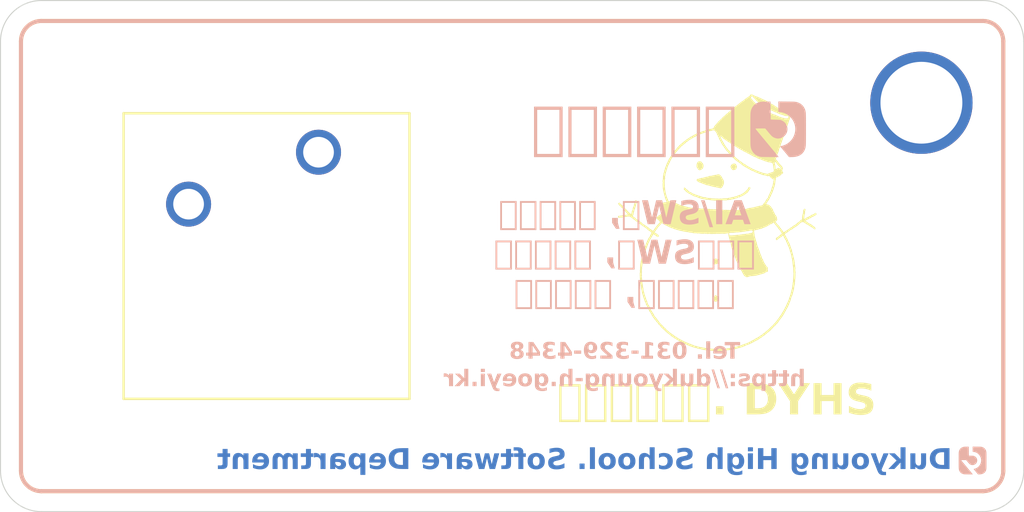
<source format=kicad_pcb>
(kicad_pcb (version 20240108) (generator "pcbnew") (generator_version "8.0")
  (layers (0 "F.Cu" signal) (31 "B.Cu" signal) (34 "B.Paste" user) (35 "F.Paste" user) (36 "B.SilkS" user "B.Silkscreen") (37 "F.SilkS" user "F.Silkscreen") (38 "B.Mask" user) (39 "F.Mask" user) (44 "Edge.Cuts" user))
  (net 0 "")
  (footprint "LOGO" (layer "F.Cu") (at 167.5 102.5)
    (property "Reference" "G***" (hide yes))
    (property "Value" "LOGO" (hide yes))
  )
  (footprint "Button_Switch_Keyboard:SW_Cherry_MX_1.00u_PCB" (layer "F.Cu") (at 147.54 99.42)
    (property "Reference" "SW1" (hide yes))
    (property "Value" "SW_Push" (hide yes))
    (pad "" np_thru_hole circle (at -7.62 5.08) (size 1.7 1.7) (drill 1.7) (layers "*.Cu" "*.Mask"))
    (pad "" np_thru_hole circle (at -2.54 5.08) (size 4 4) (drill 4) (layers "*.Cu" "*.Mask"))
    (pad "" np_thru_hole circle (at 2.54 5.08) (size 1.7 1.7) (drill 1.7) (layers "*.Cu" "*.Mask"))
    (pad "1" thru_hole circle (at 0 0) (size 2.2 2.2) (drill 1.5) (layers "*.Cu" "*.Mask"))
    (pad "2" thru_hole circle (at -6.35 2.54) (size 2.2 2.2) (drill 1.5) (layers "*.Cu" "*.Mask"))
  )
  (footprint "LOGO" (layer "B.Cu") (at 170 98.3 180)
    (property "Reference" "G***" (hide yes))
    (property "Value" "LOGO" (hide yes))
  )
  (footprint "LOGO" (layer "B.Cu") (at 179.5 114.5 180)
    (property "Reference" "G***" (hide yes))
    (property "Value" "LOGO" (hide yes))
  )
  (gr_line (start 181 94) (end 181 115) (stroke (width 0.2)) (layer "B.SilkS"))
  (gr_arc (start 180 93) (mid 180.707107 93.292893) (end 181 94) (stroke (width 0.2)) (layer "B.SilkS"))
  (gr_line (start 180 116) (end 134 116) (stroke (width 0.2)) (layer "B.SilkS"))
  (gr_arc (start 181 115) (mid 180.707107 115.707107) (end 180 116) (stroke (width 0.2)) (layer "B.SilkS"))
  (gr_arc (start 134 116) (mid 133.292892 115.707107) (end 133 115) (stroke (width 0.2)) (layer "B.SilkS"))
  (gr_line (start 133 115) (end 133 94) (stroke (width 0.2)) (layer "B.SilkS"))
  (gr_line (start 134 93) (end 180 93) (stroke (width 0.2)) (layer "B.SilkS"))
  (gr_arc (start 133 94) (mid 133.292893 93.292893) (end 134 93) (stroke (width 0.2)) (layer "B.SilkS"))
  (gr_line (start 180 116) (end 134 116) (stroke (width 0.2)) (layer "F.SilkS"))
  (gr_arc (start 134 116) (mid 133.292893 115.707107) (end 133 115) (stroke (width 0.2)) (layer "F.SilkS"))
  (gr_arc (start 133 94) (mid 133.292893 93.292893) (end 134 93) (stroke (width 0.2)) (layer "F.SilkS"))
  (gr_line (start 181 94) (end 181 115) (stroke (width 0.2)) (layer "F.SilkS"))
  (gr_arc (start 181 115) (mid 180.707107 115.707107) (end 180 116) (stroke (width 0.2)) (layer "F.SilkS"))
  (gr_line (start 133 115) (end 133 94) (stroke (width 0.2)) (layer "F.SilkS"))
  (gr_arc (start 180 93) (mid 180.707107 93.292893) (end 181 94) (stroke (width 0.2)) (layer "F.SilkS"))
  (gr_line (start 134 93) (end 180 93) (stroke (width 0.2)) (layer "F.SilkS"))
  (gr_arc (start 132 94) (mid 132.585786 92.585786) (end 134 92) (stroke (width 0.05)) (layer "Edge.Cuts"))
  (gr_line (start 132 115) (end 132 94) (stroke (width 0.05)) (layer "Edge.Cuts"))
  (gr_arc (start 134 117) (mid 132.585786 116.414214) (end 132 115) (stroke (width 0.05)) (layer "Edge.Cuts"))
  (gr_line (start 134 92) (end 180 92) (stroke (width 0.05)) (layer "Edge.Cuts"))
  (gr_line (start 182 94) (end 182 115) (stroke (width 0.05)) (layer "Edge.Cuts"))
  (gr_arc (start 180 92) (mid 181.414214 92.585786) (end 182 94) (stroke (width 0.05)) (layer "Edge.Cuts"))
  (gr_line (start 180 117) (end 134 117) (stroke (width 0.05)) (layer "Edge.Cuts"))
  (gr_arc (start 182 115) (mid 181.414214 116.414214) (end 180 117) (stroke (width 0.05)) (layer "Edge.Cuts"))
  (gr_text "소프트웨어부" (at 162.5 112.5 0) (layer "B.Cu") (effects (font (size 1.5 1.5) (thickness 0.3) (bold yes)) (justify left bottom)))
  (gr_text "소프트웨어부" (at 166.5 112.5 0) (layer "B.Cu") (effects (font (size 1.5 1.5) (thickness 0.3) (bold yes)) (justify left bottom mirror)))
  (gr_text "Dukyoung High School. Software Department" (at 178.5 114.5 0) (layer "B.Cu") (effects (font (size 1 1) (thickness 0.2) (bold yes)) (justify left mirror)))
  (gr_text "덕영고등학교" (at 168 99.5 0) (layer "B.SilkS") (effects (font (size 2 2) (thickness 0.3) (bold yes)) (justify left bottom mirror)))
  (gr_text "AI/SW과, 정보보안과\n그래픽SW과, 경영회계과\n빅데이터과, 보건간호과" (at 162.5 107 0) (layer "B.SilkS") (effects (font (size 1.15 1.15) (thickness 0.25) (bold yes)) (justify bottom mirror)))
  (gr_text "Tel. 031-329-4348\nhttps://dukyoung-h.goeyi.kr" (at 162.5 111 0) (layer "B.SilkS") (effects (font (size 0.8 0.8) (thickness 0.125) (bold yes)) (justify bottom mirror)))
  (gr_text "덕영고등학교. DYHS" (at 167 112.5 0) (layer "F.SilkS") (effects (font (size 1.5 1.5) (thickness 0.3) (bold yes)) (justify bottom)))
  (via (at 177 97) (size 5) (drill 4) (layers "F.Cu" "B.Cu") (net 0))
)
</source>
